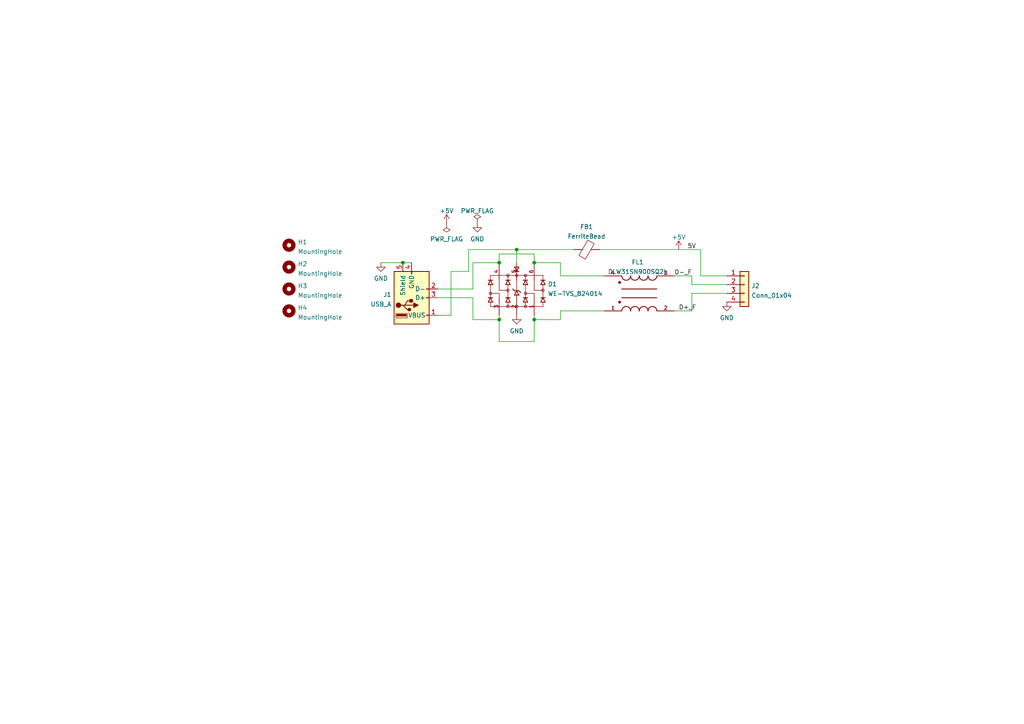
<source format=kicad_sch>
(kicad_sch (version 20211123) (generator eeschema)
  (paper "A4")
  (lib_symbols
    (symbol "Connector:USB_A" (pin_names (offset 1.016))
      (property "Reference" "J" (at -5.08 11.43 0))
      (property "Value" "USB_A" (at -5.08 8.89 0))
      (symbol "USB_A_0_1"
        (rectangle (start -5.08 -7.62) (end 5.08 7.62) (stroke (width 0.254)) (fill (type background)))
        (circle (center -3.81 2.159) (radius 0.635) (stroke (width 0.254)) (fill (type outline)))
        (rectangle (start -1.524 4.826) (end -4.318 5.334) (fill (type outline)))
        (rectangle (start -1.27 4.572) (end -4.572 5.842))
        (circle (center -0.635 3.429) (radius 0.381) (stroke (width 0.254)) (fill (type outline)))
        (rectangle (start -0.127 -7.62) (end 0.127 -6.858))
        (polyline (pts (xy -3.175 2.159) (xy -2.54 2.159) (xy -1.27 3.429) (xy -0.635 3.429)) (stroke (width 0.254)))
        (polyline (pts (xy -2.54 2.159) (xy -1.905 2.159) (xy -1.27 0.889) (xy 0 0.889)) (stroke (width 0.254)))
        (polyline (pts (xy 0.635 2.794) (xy 0.635 1.524) (xy 1.905 2.159) (xy 0.635 2.794)) (stroke (width 0.254)) (fill (type outline)))
        (rectangle (start 0.254 1.27) (end -0.508 0.508) (stroke (width 0.254)) (fill (type outline)))
        (rectangle (start 5.08 -2.667) (end 4.318 -2.413))
        (rectangle (start 5.08 -0.127) (end 4.318 0.127))
        (rectangle (start 5.08 4.953) (end 4.318 5.207))
      )
      (symbol "USB_A_1_1"
        (polyline (pts (xy -1.905 2.159) (xy 0.635 2.159)) (stroke (width 0.254)))
        (pin power_in line (at 7.62 5.08 180) (length 2.54) (name "VBUS") (number "1"))
        (pin bidirectional line (at 7.62 -2.54 180) (length 2.54) (name "D-") (number "2"))
        (pin bidirectional line (at 7.62 0 180) (length 2.54) (name "D+") (number "3"))
        (pin power_in line (at 0 -10.16 90) (length 2.54) (name "GND") (number "4"))
        (pin passive line (at -2.54 -10.16 90) (length 2.54) (name "Shield") (number "5"))
      )
    )
    (symbol "Connector_Generic:Conn_01x04" (pin_names (offset 1.016) hide)
      (property "Reference" "J" (at 0 5.08 0))
      (property "Value" "Conn_01x04" (at 0 -7.62 0))
      (symbol "Conn_01x04_1_1"
        (rectangle (start -1.27 -4.953) (end 0 -5.207) (stroke (width 0.1524)))
        (rectangle (start -1.27 -2.413) (end 0 -2.667) (stroke (width 0.1524)))
        (rectangle (start -1.27 0.127) (end 0 -0.127) (stroke (width 0.1524)))
        (rectangle (start -1.27 2.667) (end 0 2.413) (stroke (width 0.1524)))
        (rectangle (start -1.27 3.81) (end 1.27 -6.35) (stroke (width 0.254)) (fill (type background)))
        (pin passive line (at -5.08 2.54 0) (length 3.81) (name "Pin_1") (number "1"))
        (pin passive line (at -5.08 0 0) (length 3.81) (name "Pin_2") (number "2"))
        (pin passive line (at -5.08 -2.54 0) (length 3.81) (name "Pin_3") (number "3"))
        (pin passive line (at -5.08 -5.08 0) (length 3.81) (name "Pin_4") (number "4"))
      )
    )
    (symbol "Device:FerriteBead" (pin_numbers hide) (pin_names (offset 0))
      (property "Reference" "FB" (at -3.81 0.635 90))
      (property "Value" "FerriteBead" (at 3.81 0 90))
      (symbol "FerriteBead_0_1"
        (polyline (pts (xy 0 -1.27) (xy 0 -1.2192)))
        (polyline (pts (xy 0 1.27) (xy 0 1.2954)))
        (polyline (pts (xy -2.7686 0.4064) (xy -1.7018 2.2606) (xy 2.7686 -0.3048) (xy 1.6764 -2.159) (xy -2.7686 0.4064)))
      )
      (symbol "FerriteBead_1_1"
        (pin passive line (at 0 3.81 270) (length 2.54) (name "~") (number "1"))
        (pin passive line (at 0 -3.81 90) (length 2.54) (name "~") (number "2"))
      )
    )
    (symbol "Evan's misc parts:DLW31SN900SQ2L" (pin_names (offset 1.016) hide)
      (property "Reference" "FL" (at -5.08 6.35 0))
      (property "Value" "DLW31SN900SQ2L" (at -5.08 -6.35 0))
      (symbol "DLW31SN900SQ2L_0_0"
        (circle (center -5.715 -3.175) (radius 0.2032) (stroke (width 0.4064)))
        (circle (center -5.715 2.54) (radius 0.2032) (stroke (width 0.4064)))
        (arc (start -5.08 5.08) (mid -3.81 3.81) (end -2.54 5.08) (stroke (width 0.254)))
        (arc (start -2.54 -5.08) (mid -3.81 -3.81) (end -5.08 -5.08) (stroke (width 0.254)))
        (arc (start -2.54 5.08) (mid -1.27 3.81) (end 0 5.08) (stroke (width 0.254)))
        (arc (start 0 -5.08) (mid -1.27 -3.81) (end -2.54 -5.08) (stroke (width 0.254)))
        (polyline (pts (xy -5.08 -1.27) (xy 5.08 -1.27)) (stroke (width 0.254)))
        (polyline (pts (xy 5.08 1.27) (xy -5.08 1.27)) (stroke (width 0.254)))
        (arc (start 0 5.08) (mid 1.27 3.81) (end 2.54 5.08) (stroke (width 0.254)))
        (arc (start 2.54 -5.08) (mid 1.27 -3.81) (end 0 -5.08) (stroke (width 0.254)))
        (arc (start 2.54 5.08) (mid 3.81 3.81) (end 5.08 5.08) (stroke (width 0.254)))
        (arc (start 5.08 -5.08) (mid 3.81 -3.81) (end 2.54 -5.08) (stroke (width 0.254)))
        (pin passive line (at -10.16 5.08 0) (length 5.08) (name "~") (number "1"))
        (pin passive line (at 10.16 5.08 180) (length 5.08) (name "~") (number "2"))
        (pin passive line (at 10.16 -5.08 180) (length 5.08) (name "~") (number "3"))
        (pin passive line (at -10.16 -5.08 0) (length 5.08) (name "~") (number "4"))
      )
    )
    (symbol "Evan's misc parts:WE-TVS_824014" (pin_names (offset 1.016) hide)
      (property "Reference" "D" (at -10.16 -5.08 90))
      (property "Value" "WE-TVS_824014" (at 12.7 -5.08 90))
      (symbol "WE-TVS_824014_0_0"
        (circle (center -7.62 -0.381) (radius 0.381))
        (circle (center -2.54 -5.08) (radius 0.381))
        (circle (center -2.54 -1.27) (radius 0.381))
        (circle (center -2.54 3.937) (radius 0.381))
        (circle (center 0 -5.08) (radius 0.381))
        (polyline (pts (xy -8.255 -2.54) (xy -6.985 -2.54)) (stroke (width 0.254)))
        (polyline (pts (xy -8.255 2.54) (xy -6.985 2.54)) (stroke (width 0.254)))
        (polyline (pts (xy -7.62 -5.08) (xy -7.62 -3.81)) (stroke (width 0.1524)))
        (polyline (pts (xy -7.62 -5.08) (xy -2.54 -5.08)) (stroke (width 0.1524)))
        (polyline (pts (xy -7.62 -0.381) (xy -7.62 -2.413)) (stroke (width 0.1524)))
        (polyline (pts (xy -7.62 -0.381) (xy -5.08 -0.381)) (stroke (width 0.1524)))
        (polyline (pts (xy -7.62 1.27) (xy -7.62 -0.381)) (stroke (width 0.1524)))
        (polyline (pts (xy -7.62 2.667) (xy -7.62 3.937)) (stroke (width 0.1524)))
        (polyline (pts (xy -7.62 3.937) (xy -2.54 3.937)) (stroke (width 0.1524)))
        (polyline (pts (xy -5.08 -1.27) (xy -5.08 -2.54)) (stroke (width 0.1524)))
        (polyline (pts (xy -5.08 -0.381) (xy -5.08 2.54)) (stroke (width 0.1524)))
        (polyline (pts (xy -3.175 -2.54) (xy -1.905 -2.54)) (stroke (width 0.254)))
        (polyline (pts (xy -3.175 2.54) (xy -1.905 2.54)) (stroke (width 0.254)))
        (polyline (pts (xy -2.54 -5.08) (xy -2.54 -3.81)) (stroke (width 0.1524)))
        (polyline (pts (xy -2.54 -5.08) (xy 2.54 -5.08)) (stroke (width 0.1524)))
        (polyline (pts (xy -2.54 -1.27) (xy -5.08 -1.27)) (stroke (width 0.1524)))
        (polyline (pts (xy -2.54 -1.27) (xy -2.54 -2.413)) (stroke (width 0.1524)))
        (polyline (pts (xy -2.54 1.27) (xy -2.54 -1.27)) (stroke (width 0.1524)))
        (polyline (pts (xy -2.54 3.937) (xy -2.54 2.667)) (stroke (width 0.1524)))
        (polyline (pts (xy -2.54 3.937) (xy 0 3.937)) (stroke (width 0.1524)))
        (polyline (pts (xy -0.635 -0.508) (xy -1.143 -1.016)) (stroke (width 0.254)))
        (polyline (pts (xy -0.635 -0.508) (xy 0 -0.508)) (stroke (width 0.254)))
        (polyline (pts (xy 0 -2.54) (xy 0 -1.524)) (stroke (width 0.1524)))
        (polyline (pts (xy 0 -0.508) (xy 0.635 -0.508)) (stroke (width 0.254)))
        (polyline (pts (xy 0 3.937) (xy 0 -0.508)) (stroke (width 0.1524)))
        (polyline (pts (xy 0 3.937) (xy 2.54 3.937)) (stroke (width 0.1524)))
        (polyline (pts (xy 0.635 -0.508) (xy 1.143 0)) (stroke (width 0.254)))
        (polyline (pts (xy 0.635 5.08) (xy -0.635 5.08)) (stroke (width 0.254)))
        (polyline (pts (xy 1.905 -2.54) (xy 3.175 -2.54)) (stroke (width 0.254)))
        (polyline (pts (xy 1.905 2.54) (xy 3.175 2.54)) (stroke (width 0.254)))
        (polyline (pts (xy 2.54 -5.08) (xy 7.62 -5.08)) (stroke (width 0.1524)))
        (polyline (pts (xy 2.54 -3.81) (xy 2.54 -5.08)) (stroke (width 0.1524)))
        (polyline (pts (xy 2.54 -0.381) (xy 2.54 -2.413)) (stroke (width 0.1524)))
        (polyline (pts (xy 2.54 -0.381) (xy 5.08 -0.381)) (stroke (width 0.1524)))
        (polyline (pts (xy 2.54 1.27) (xy 2.54 -0.381)) (stroke (width 0.1524)))
        (polyline (pts (xy 2.54 3.937) (xy 2.54 2.667)) (stroke (width 0.1524)))
        (polyline (pts (xy 2.54 3.937) (xy 7.62 3.937)) (stroke (width 0.1524)))
        (polyline (pts (xy 5.08 -1.27) (xy 5.08 -2.54)) (stroke (width 0.1524)))
        (polyline (pts (xy 5.08 -0.381) (xy 5.08 2.54)) (stroke (width 0.1524)))
        (polyline (pts (xy 6.985 -2.54) (xy 8.255 -2.54)) (stroke (width 0.254)))
        (polyline (pts (xy 6.985 2.54) (xy 8.255 2.54)) (stroke (width 0.254)))
        (polyline (pts (xy 7.62 -5.08) (xy 7.62 -3.81)) (stroke (width 0.1524)))
        (polyline (pts (xy 7.62 -1.27) (xy 5.08 -1.27)) (stroke (width 0.1524)))
        (polyline (pts (xy 7.62 -1.27) (xy 7.62 -2.413)) (stroke (width 0.1524)))
        (polyline (pts (xy 7.62 1.27) (xy 7.62 -1.27)) (stroke (width 0.1524)))
        (polyline (pts (xy 7.62 2.667) (xy 7.62 3.937)) (stroke (width 0.1524)))
        (polyline (pts (xy -8.255 -3.81) (xy -7.62 -2.54) (xy -6.985 -3.81) (xy -8.255 -3.81)) (stroke (width 0.254)) (fill (type background)))
        (polyline (pts (xy -8.255 1.27) (xy -7.62 2.54) (xy -6.985 1.27) (xy -8.255 1.27)) (stroke (width 0.254)) (fill (type background)))
        (polyline (pts (xy -3.175 -3.81) (xy -2.54 -2.54) (xy -1.905 -3.81) (xy -3.175 -3.81)) (stroke (width 0.254)) (fill (type background)))
        (polyline (pts (xy -3.175 1.27) (xy -2.54 2.54) (xy -1.905 1.27) (xy -3.175 1.27)) (stroke (width 0.254)) (fill (type background)))
        (polyline (pts (xy -0.635 -1.778) (xy 0 -0.508) (xy 0.635 -1.778) (xy -0.635 -1.778)) (stroke (width 0.254)) (fill (type background)))
        (polyline (pts (xy 0.635 6.35) (xy 0 5.08) (xy -0.635 6.35) (xy 0.635 6.35)) (stroke (width 0.254)) (fill (type background)))
        (polyline (pts (xy 1.905 -3.81) (xy 2.54 -2.54) (xy 3.175 -3.81) (xy 1.905 -3.81)) (stroke (width 0.254)) (fill (type background)))
        (polyline (pts (xy 1.905 1.27) (xy 2.54 2.54) (xy 3.175 1.27) (xy 1.905 1.27)) (stroke (width 0.254)) (fill (type background)))
        (polyline (pts (xy 6.985 -3.81) (xy 7.62 -2.54) (xy 8.255 -3.81) (xy 6.985 -3.81)) (stroke (width 0.254)) (fill (type background)))
        (polyline (pts (xy 6.985 1.27) (xy 7.62 2.54) (xy 8.255 1.27) (xy 6.985 1.27)) (stroke (width 0.254)) (fill (type background)))
        (circle (center 0 3.937) (radius 0.381))
        (circle (center 2.54 -5.08) (radius 0.381))
        (circle (center 2.54 -0.381) (radius 0.381))
        (circle (center 2.54 3.937) (radius 0.381))
        (circle (center 7.62 -1.27) (radius 0.381))
        (pin passive line (at -5.08 -7.62 90) (length 5.08) (name "~") (number "1"))
        (pin power_in line (at 0 -7.62 90) (length 5.08) (name "~") (number "2"))
        (pin passive line (at 5.08 -7.62 90) (length 5.08) (name "~") (number "3"))
        (pin passive line (at 5.08 7.62 270) (length 5.08) (name "~") (number "4"))
        (pin power_in line (at 0 7.62 270) (length 5.08) (name "~") (number "5"))
        (pin passive line (at -5.08 7.62 270) (length 5.08) (name "~") (number "6"))
      )
    )
    (symbol "Mechanical:MountingHole" (pin_names (offset 1.016))
      (property "Reference" "H" (at 0 5.08 0))
      (property "Value" "MountingHole" (at 0 3.175 0))
      (symbol "MountingHole_0_1"
        (circle (center 0 0) (radius 1.27) (stroke (width 1.27)))
      )
    )
    (symbol "power:+5V" (power) (pin_names (offset 0))
      (property "Value" "+5V" (at 0 3.556 0))
      (symbol "+5V_0_1"
        (polyline (pts (xy -0.762 1.27) (xy 0 2.54)))
        (polyline (pts (xy 0 0) (xy 0 2.54)))
        (polyline (pts (xy 0 2.54) (xy 0.762 1.27)))
      )
      (symbol "+5V_1_1"
        (pin power_in line (at 0 0 90) (length 0) hide (name "+5V") (number "1"))
      )
    )
    (symbol "power:GND" (power) (pin_names (offset 0))
      (property "Value" "GND" (at 0 -3.81 0))
      (symbol "GND_0_1"
        (polyline (pts (xy 0 0) (xy 0 -1.27) (xy 1.27 -1.27) (xy 0 -2.54) (xy -1.27 -1.27) (xy 0 -1.27)))
      )
      (symbol "GND_1_1"
        (pin power_in line (at 0 0 270) (length 0) hide (name "GND") (number "1"))
      )
    )
    (symbol "power:PWR_FLAG" (power) (pin_numbers hide) (pin_names (offset 0) hide)
      (property "Value" "PWR_FLAG" (at 0 3.81 0))
      (symbol "PWR_FLAG_0_0"
        (pin power_out line (at 0 0 90) (length 0) (name "pwr") (number "1"))
      )
      (symbol "PWR_FLAG_0_1"
        (polyline (pts (xy 0 0) (xy 0 1.27) (xy -1.016 1.905) (xy 0 2.54) (xy 1.016 1.905) (xy 0 1.27)))
      )
    )
  )
  (junction (at 154.94 92.71))
  (junction (at 154.94 76.2))
  (junction (at 144.78 92.71))
  (junction (at 144.78 76.2))
  (junction (at 116.84 76.2))
  (junction (at 149.86 72.39))
  (wire (pts (xy 149.86 72.39) (xy 135.89 72.39)))
  (wire (pts (xy 144.78 76.2) (xy 144.78 73.66)))
  (wire (pts (xy 162.56 80.01) (xy 162.56 76.2)))
  (wire (pts (xy 130.81 78.74) (xy 130.81 91.44)))
  (wire (pts (xy 130.81 78.74) (xy 135.89 78.74)))
  (wire (pts (xy 195.58 80.01) (xy 200.66 80.01)))
  (wire (pts (xy 137.16 76.2) (xy 137.16 83.82)))
  (wire (pts (xy 127 83.82) (xy 137.16 83.82)))
  (wire (pts (xy 210.82 85.09) (xy 200.66 85.09)))
  (wire (pts (xy 116.84 76.2) (xy 119.38 76.2)))
  (wire (pts (xy 162.56 90.17) (xy 162.56 92.71)))
  (wire (pts (xy 149.86 76.2) (xy 149.86 72.39)))
  (wire (pts (xy 154.94 73.66) (xy 154.94 76.2)))
  (wire (pts (xy 200.66 82.55) (xy 210.82 82.55)))
  (wire (pts (xy 154.94 99.06) (xy 154.94 92.71)))
  (wire (pts (xy 154.94 92.71) (xy 154.94 91.44)))
  (wire (pts (xy 110.49 76.2) (xy 116.84 76.2)))
  (wire (pts (xy 137.16 92.71) (xy 137.16 86.36)))
  (wire (pts (xy 144.78 73.66) (xy 154.94 73.66)))
  (wire (pts (xy 203.2 72.39) (xy 173.99 72.39)))
  (wire (pts (xy 144.78 92.71) (xy 144.78 99.06)))
  (wire (pts (xy 203.2 80.01) (xy 203.2 72.39)))
  (wire (pts (xy 130.81 91.44) (xy 127 91.44)))
  (wire (pts (xy 200.66 85.09) (xy 200.66 90.17)))
  (wire (pts (xy 162.56 92.71) (xy 154.94 92.71)))
  (wire (pts (xy 175.26 80.01) (xy 162.56 80.01)))
  (wire (pts (xy 200.66 90.17) (xy 195.58 90.17)))
  (wire (pts (xy 144.78 92.71) (xy 137.16 92.71)))
  (wire (pts (xy 135.89 72.39) (xy 135.89 78.74)))
  (wire (pts (xy 137.16 86.36) (xy 127 86.36)))
  (wire (pts (xy 149.86 72.39) (xy 166.37 72.39)))
  (wire (pts (xy 144.78 76.2) (xy 137.16 76.2)))
  (wire (pts (xy 144.78 99.06) (xy 154.94 99.06)))
  (wire (pts (xy 200.66 80.01) (xy 200.66 82.55)))
  (wire (pts (xy 210.82 80.01) (xy 203.2 80.01)))
  (wire (pts (xy 162.56 76.2) (xy 154.94 76.2)))
  (wire (pts (xy 175.26 90.17) (xy 162.56 90.17)))
  (wire (pts (xy 144.78 91.44) (xy 144.78 92.71)))
  (label "5V" (at 199.39 72.39 0))
  (label "D+_F" (at 196.85 90.17 0))
  (label "D-_F" (at 195.58 80.01 0))
  (symbol (lib_id "power:+5V") (at 196.85 72.39 0) (unit 1)
    (property "Reference" "#PWR0106" (effects hide))
    (property "Value" "+5V" (at 196.85 68.7855 0))
  )
  (symbol (lib_id "Evan's misc parts:WE-TVS_824014") (at 149.86 83.82 0) (mirror y) (unit 1)
    (property "Reference" "D1" (at 158.877 82.4035 0) (effects (justify right)))
    (property "Value" "WE-TVS_824014" (at 158.877 85.1786 0) (effects (justify right)))
    (property "Footprint" "Evan's misc parts:WE-TVS_SOT23-6L" (effects hide))
  )
  (symbol (lib_id "power:GND") (at 138.43 64.77 0) (unit 1)
    (property "Reference" "#PWR0104" (effects hide))
    (property "Value" "GND" (at 138.43 69.3325 0))
  )
  (symbol (lib_id "Mechanical:MountingHole") (at 83.82 90.17 0) (unit 1)
    (property "Reference" "H4" (at 86.36 89.2615 0) (effects (justify left)))
    (property "Value" "MountingHole" (at 86.36 92.0366 0) (effects (justify left)))
    (property "Footprint" "MountingHole:MountingHole_3.2mm_M3" (effects hide))
  )
  (symbol (lib_id "power:PWR_FLAG") (at 138.43 64.77 0) (unit 1)
    (property "Reference" "#FLG0101" (effects hide))
    (property "Value" "PWR_FLAG" (at 138.43 61.1655 0))
  )
  (symbol (lib_id "power:GND") (at 210.82 87.63 0) (unit 1)
    (property "Reference" "#PWR0105" (effects hide))
    (property "Value" "GND" (at 210.82 92.1925 0))
  )
  (symbol (lib_id "power:GND") (at 149.86 91.44 0) (unit 1)
    (property "Reference" "#PWR0102" (effects hide))
    (property "Value" "GND" (at 149.86 96.0025 0))
  )
  (symbol (lib_id "power:+5V") (at 129.54 64.77 0) (unit 1)
    (property "Reference" "#PWR0103" (effects hide))
    (property "Value" "+5V" (at 129.54 61.1655 0))
  )
  (symbol (lib_id "Mechanical:MountingHole") (at 83.82 71.12 0) (unit 1)
    (property "Reference" "H1" (at 86.36 70.2115 0) (effects (justify left)))
    (property "Value" "MountingHole" (at 86.36 72.9866 0) (effects (justify left)))
    (property "Footprint" "MountingHole:MountingHole_3.2mm_M3" (effects hide))
  )
  (symbol (lib_id "Connector_Generic:Conn_01x04") (at 215.9 82.55 0) (unit 1)
    (property "Reference" "J2" (at 217.932 82.9115 0) (effects (justify left)))
    (property "Value" "Conn_01x04" (at 217.932 85.6866 0) (effects (justify left)))
    (property "Footprint" "Connector_PinHeader_2.54mm:PinHeader_1x04_P2.54mm_Vertical" (effects hide))
  )
  (symbol (lib_id "Mechanical:MountingHole") (at 83.82 77.47 0) (unit 1)
    (property "Reference" "H2" (at 86.36 76.5615 0) (effects (justify left)))
    (property "Value" "MountingHole" (at 86.36 79.3366 0) (effects (justify left)))
    (property "Footprint" "MountingHole:MountingHole_3.2mm_M3" (effects hide))
  )
  (symbol (lib_id "Connector:USB_A") (at 119.38 86.36 0) (mirror x) (unit 1)
    (property "Reference" "J1" (at 113.538 85.4515 0) (effects (justify right)))
    (property "Value" "USB_A" (at 113.538 88.2266 0) (effects (justify right)))
    (property "Footprint" "Evan's misc parts:GCT_USB1130-15-A_REVA" (effects hide))
    (property "Datasheet" " ~" (effects hide))
  )
  (symbol (lib_id "Device:FerriteBead") (at 170.18 72.39 90) (unit 1)
    (property "Reference" "FB1" (at 170.1292 65.7819 90))
    (property "Value" "FerriteBead" (at 170.1292 68.557 90))
    (property "Footprint" "Capacitor_SMD:C_0603_1608Metric" (effects hide))
  )
  (symbol (lib_id "Evan's misc parts:DLW31SN900SQ2L") (at 185.42 85.09 0) (mirror x) (unit 1)
    (property "Reference" "FL1" (at 184.9628 76.0435 0))
    (property "Value" "DLW31SN900SQ2L" (at 184.9628 78.8186 0))
    (property "Footprint" "Evan's misc parts:FIL_DLW31SN900SQ2L" (effects hide))
    (property "STANDARD" "Manufacturer Recommendations" (effects hide))
    (property "PARTREV" "N/A" (effects hide))
    (property "MANUFACTURER" "Murata" (effects hide))
    (property "MAXIMUM_PACKAGE_HEIGHT" "2.10mm" (effects hide))
  )
  (symbol (lib_id "power:GND") (at 110.49 76.2 0) (unit 1)
    (property "Reference" "#PWR0101" (effects hide))
    (property "Value" "GND" (at 110.49 80.7625 0))
  )
  (symbol (lib_id "power:PWR_FLAG") (at 129.54 64.77 180) (unit 1)
    (property "Reference" "#FLG0102" (effects hide))
    (property "Value" "PWR_FLAG" (at 129.54 69.3325 0))
  )
  (symbol (lib_id "Mechanical:MountingHole") (at 83.82 83.82 0) (unit 1)
    (property "Reference" "H3" (at 86.36 82.9115 0) (effects (justify left)))
    (property "Value" "MountingHole" (at 86.36 85.6866 0) (effects (justify left)))
    (property "Footprint" "MountingHole:MountingHole_3.2mm_M3" (effects hide))
  )
)
</source>
